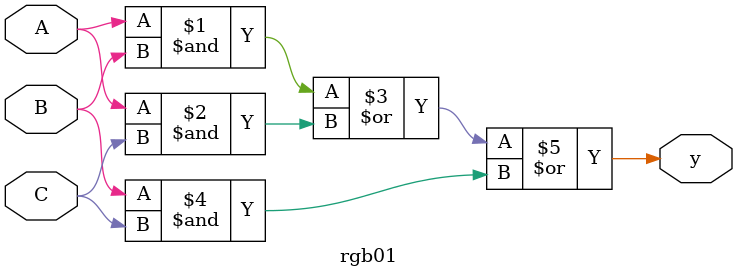
<source format=v>
`timescale 1ns / 1ps


module rgb01(
    input A,
    input B,
    input C,
    output y
    );

    assign y = (A&B) | (A&C) | (B&C);
endmodule

</source>
